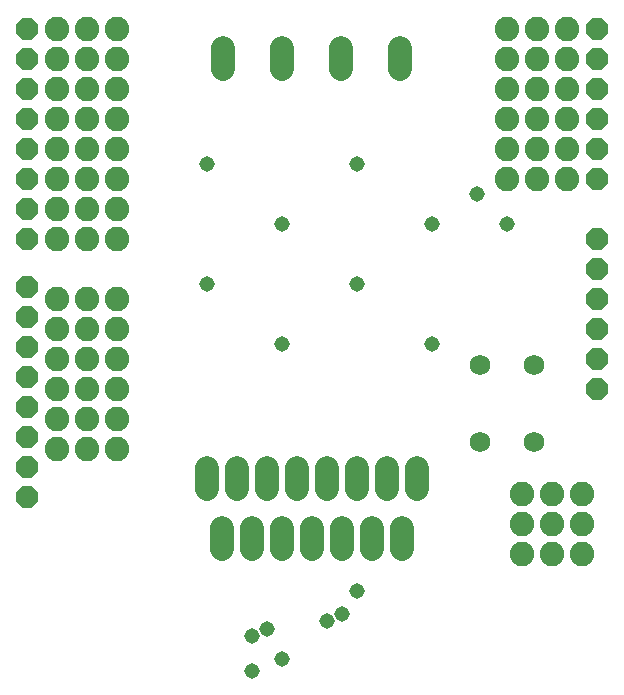
<source format=gbs>
G75*
%MOIN*%
%OFA0B0*%
%FSLAX24Y24*%
%IPPOS*%
%LPD*%
%AMOC8*
5,1,8,0,0,1.08239X$1,22.5*
%
%ADD10OC8,0.0740*%
%ADD11C,0.0789*%
%ADD12C,0.0785*%
%ADD13C,0.0820*%
%ADD14C,0.0680*%
%ADD15C,0.0516*%
D10*
X001150Y012100D03*
X001150Y013100D03*
X001150Y014100D03*
X001150Y015100D03*
X001150Y016100D03*
X001150Y017100D03*
X001150Y018100D03*
X001150Y019100D03*
X001150Y020700D03*
X001150Y021700D03*
X001150Y022700D03*
X001150Y023700D03*
X001150Y024700D03*
X001150Y025700D03*
X001150Y026700D03*
X001150Y027700D03*
X020150Y027700D03*
X020150Y026700D03*
X020150Y025700D03*
X020150Y024700D03*
X020150Y023700D03*
X020150Y022700D03*
X020150Y020700D03*
X020150Y019700D03*
X020150Y018700D03*
X020150Y017700D03*
X020150Y016700D03*
X020150Y015700D03*
D11*
X007650Y011054D02*
X007650Y010346D01*
X008650Y010346D02*
X008650Y011054D01*
X008150Y012346D02*
X008150Y013054D01*
X007150Y013054D02*
X007150Y012346D01*
X009150Y012346D02*
X009150Y013054D01*
X010150Y013054D02*
X010150Y012346D01*
X009650Y011054D02*
X009650Y010346D01*
X010650Y010346D02*
X010650Y011054D01*
X011650Y011054D02*
X011650Y010346D01*
X012650Y010346D02*
X012650Y011054D01*
X012150Y012346D02*
X012150Y013054D01*
X013150Y013054D02*
X013150Y012346D01*
X013650Y011054D02*
X013650Y010346D01*
X014150Y012346D02*
X014150Y013054D01*
X011150Y013054D02*
X011150Y012346D01*
D12*
X011634Y026348D02*
X011634Y027053D01*
X009666Y027053D02*
X009666Y026348D01*
X007697Y026348D02*
X007697Y027053D01*
X013603Y027053D02*
X013603Y026348D01*
D13*
X017150Y026700D03*
X017150Y025700D03*
X017150Y024700D03*
X017150Y023700D03*
X017150Y022700D03*
X018150Y022700D03*
X018150Y023700D03*
X018150Y024700D03*
X018150Y025700D03*
X018150Y026700D03*
X018150Y027700D03*
X017150Y027700D03*
X019150Y027700D03*
X019150Y026700D03*
X019150Y025700D03*
X019150Y024700D03*
X019150Y023700D03*
X019150Y022700D03*
X018650Y012200D03*
X018650Y011200D03*
X018650Y010200D03*
X019650Y010200D03*
X019650Y011200D03*
X019650Y012200D03*
X017650Y012200D03*
X017650Y011200D03*
X017650Y010200D03*
X004150Y013700D03*
X004150Y014700D03*
X004150Y015700D03*
X004150Y016700D03*
X004150Y017700D03*
X004150Y018700D03*
X003150Y018700D03*
X003150Y017700D03*
X003150Y016700D03*
X003150Y015700D03*
X003150Y014700D03*
X003150Y013700D03*
X002150Y013700D03*
X002150Y014700D03*
X002150Y015700D03*
X002150Y016700D03*
X002150Y017700D03*
X002150Y018700D03*
X002150Y020700D03*
X002150Y021700D03*
X002150Y022700D03*
X002150Y023700D03*
X002150Y024700D03*
X002150Y025700D03*
X002150Y026700D03*
X002150Y027700D03*
X003150Y027700D03*
X003150Y026700D03*
X003150Y025700D03*
X003150Y024700D03*
X003150Y023700D03*
X003150Y022700D03*
X003150Y021700D03*
X003150Y020700D03*
X004150Y020700D03*
X004150Y021700D03*
X004150Y022700D03*
X004150Y023700D03*
X004150Y024700D03*
X004150Y025700D03*
X004150Y026700D03*
X004150Y027700D03*
D14*
X016260Y016480D03*
X018040Y016480D03*
X018040Y013920D03*
X016260Y013920D03*
D15*
X014650Y017200D03*
X012150Y019200D03*
X014650Y021200D03*
X016150Y022200D03*
X017150Y021200D03*
X012150Y023200D03*
X009650Y021200D03*
X007150Y019200D03*
X009650Y017200D03*
X007150Y023200D03*
X012150Y008950D03*
X011650Y008200D03*
X011150Y007950D03*
X009650Y006700D03*
X009150Y007700D03*
X008650Y007450D03*
X008650Y006300D03*
M02*

</source>
